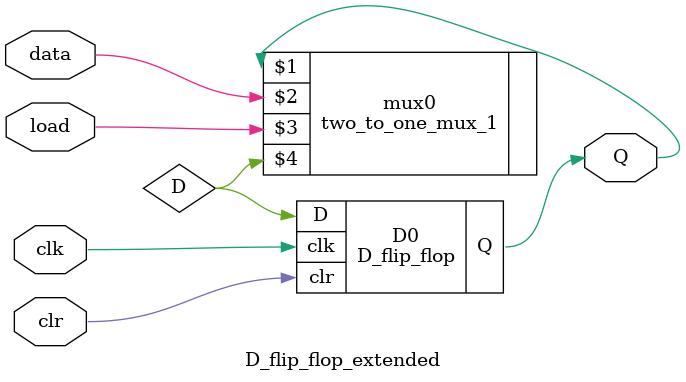
<source format=v>
`timescale 1ns / 1ps

module D_flip_flop(
	input D,
	input clk,
	input clr,
	output Q
);
	not(nclr, clr);
	not(nclk, clk);

	not(nd, D);  //first D flip flop
	and(r0, nd, nclk);
	and(s0, D, nclk);
	or(r0_clr, r0, nclr);

	nor(Q0n, s0, Q0);  //first RS latch
	nor(Q0, r0_clr, Q0n);

	and(r1, Q0n, clk);   //second D flip flop
	and(s1, Q0, clk);
	or(r1_clr, r1, nclr);

	nor(Qn, s1, Q);  //second RS latch
	nor(Q, Qn, r1_clr);

endmodule

module D_flip_flop_extended(
	input data,
	input load,
	input clk,
	input clr,
	output Q
);
	wire D;
	two_to_one_mux_1 mux0 (Q, data, load, D);
	D_flip_flop D0 (D, clk, clr, Q);
endmodule

</source>
